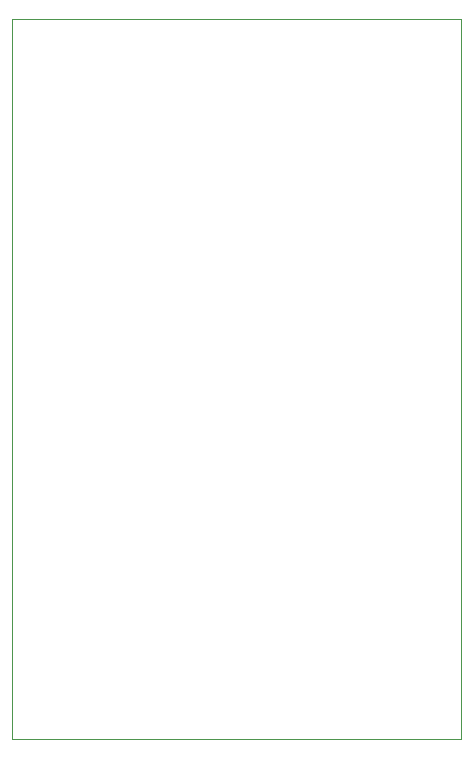
<source format=gm1>
%TF.GenerationSoftware,KiCad,Pcbnew,(6.0.5)*%
%TF.CreationDate,2024-01-21T10:02:02+01:00*%
%TF.ProjectId,Alchemy_to_Landungsbruecke,416c6368-656d-4795-9f74-6f5f4c616e64,rev?*%
%TF.SameCoordinates,Original*%
%TF.FileFunction,Profile,NP*%
%FSLAX46Y46*%
G04 Gerber Fmt 4.6, Leading zero omitted, Abs format (unit mm)*
G04 Created by KiCad (PCBNEW (6.0.5)) date 2024-01-21 10:02:02*
%MOMM*%
%LPD*%
G01*
G04 APERTURE LIST*
%TA.AperFunction,Profile*%
%ADD10C,0.100000*%
%TD*%
G04 APERTURE END LIST*
D10*
X132000000Y-69000000D02*
X170000000Y-69000000D01*
X170000000Y-69000000D02*
X170000000Y-130000000D01*
X170000000Y-130000000D02*
X132000000Y-130000000D01*
X132000000Y-130000000D02*
X132000000Y-69000000D01*
M02*

</source>
